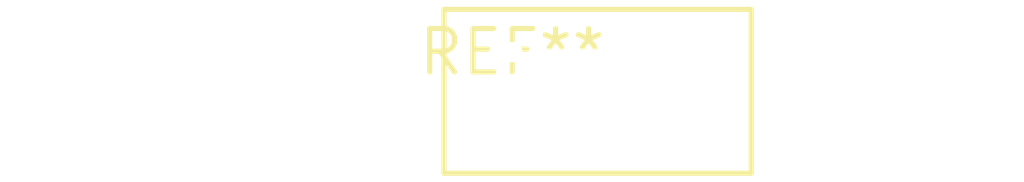
<source format=kicad_pcb>
(kicad_pcb (version 20240108) (generator pcbnew)
  (layers (0 "F.Cu" signal) (31 "B.Cu" signal) (34 "B.Paste" user) (35 "F.Paste" user) (36 "B.SilkS" user "B.Silkscreen") (37 "F.SilkS" user "F.Silkscreen") (38 "B.Mask" user) (39 "F.Mask" user) (44 "Edge.Cuts" user))
  (net 0 "")
  (footprint "RV_Disc_D9mm_W4.8mm_P5mm" (layer "F.Cu") (at 0 0)
    (property "Reference" "REF**")
    (property "Value" "RV_Disc_D9mm_W4.8mm_P5mm")
    (fp_line (start -2 -1.25) (end -2 3.55) (layer "F.SilkS") (stroke (width 0.15)))
    (fp_line (start -2 -1.25) (end 7 -1.25) (layer "F.SilkS") (stroke (width 0.15)))
    (fp_line (start -2 3.55) (end 7 3.55) (layer "F.SilkS") (stroke (width 0.15)))
    (fp_line (start 7 -1.25) (end 7 3.55) (layer "F.SilkS") (stroke (width 0.15)))
    (pad "1" thru_hole circle (at 0 0) (size 1.6 1.6) (drill 0.6) (layers *.Cu *.Mask) (remove_unused_layers))
    (pad "2" thru_hole circle (at 5 2.3) (size 1.6 1.6) (drill 0.6) (layers *.Cu *.Mask) (remove_unused_layers))
  )
)
</source>
